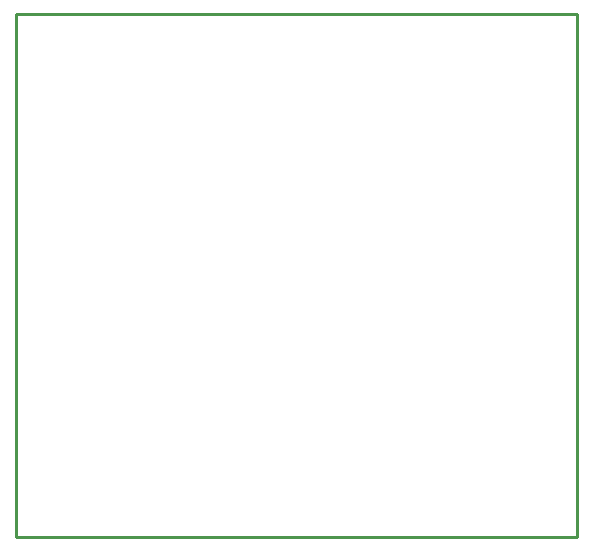
<source format=gbr>
G04 EAGLE Gerber RS-274X export*
G75*
%MOMM*%
%FSLAX34Y34*%
%LPD*%
%IN*%
%IPPOS*%
%AMOC8*
5,1,8,0,0,1.08239X$1,22.5*%
G01*
%ADD10C,0.254000*%


D10*
X-12700Y-12700D02*
X462700Y-12700D01*
X462700Y430000D01*
X-12700Y430000D01*
X-12700Y-12700D01*
M02*

</source>
